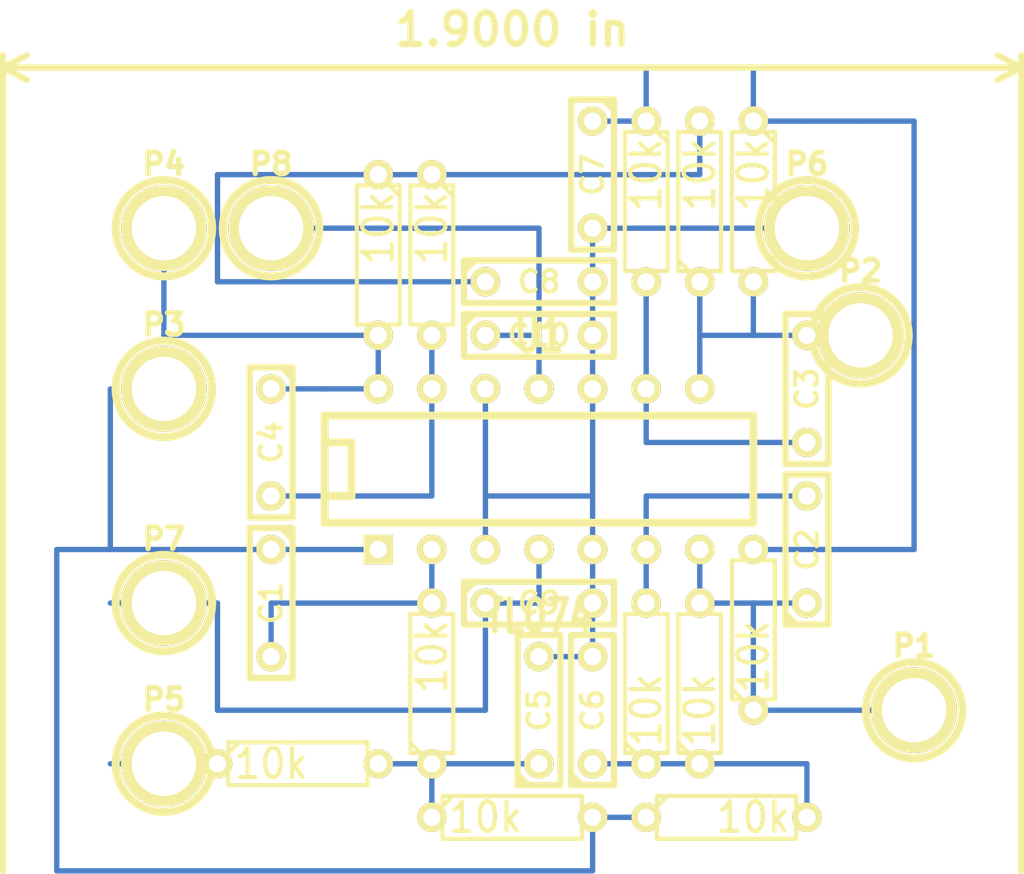
<source format=kicad_pcb>
(kicad_pcb (version 3) (host pcbnew "(2013-07-07 BZR 4022)-stable")

  (general
    (links 50)
    (no_connects 3)
    (area 0 0 0 0)
    (thickness 1.6)
    (drawings 1)
    (tracks 86)
    (zones 0)
    (modules 31)
    (nets 17)
  )

  (page A3)
  (layers
    (15 F.Cu signal)
    (0 B.Cu signal)
    (16 B.Adhes user)
    (17 F.Adhes user)
    (18 B.Paste user)
    (19 F.Paste user)
    (20 B.SilkS user)
    (21 F.SilkS user)
    (22 B.Mask user)
    (23 F.Mask user)
    (24 Dwgs.User user)
    (25 Cmts.User user)
    (26 Eco1.User user)
    (27 Eco2.User user)
    (28 Edge.Cuts user)
  )

  (setup
    (last_trace_width 0.254)
    (trace_clearance 0.254)
    (zone_clearance 0.508)
    (zone_45_only no)
    (trace_min 0.254)
    (segment_width 0.2)
    (edge_width 0.15)
    (via_size 0.889)
    (via_drill 0.635)
    (via_min_size 0.889)
    (via_min_drill 0.508)
    (uvia_size 0.508)
    (uvia_drill 0.127)
    (uvias_allowed no)
    (uvia_min_size 0.508)
    (uvia_min_drill 0.127)
    (pcb_text_width 0.3)
    (pcb_text_size 1.5 1.5)
    (mod_edge_width 0.15)
    (mod_text_size 1.5 1.5)
    (mod_text_width 0.15)
    (pad_size 1.524 1.524)
    (pad_drill 0.762)
    (pad_to_mask_clearance 0.2)
    (aux_axis_origin 0 0)
    (visible_elements FFFFFFBF)
    (pcbplotparams
      (layerselection 3178497)
      (usegerberextensions true)
      (excludeedgelayer true)
      (linewidth 0.100000)
      (plotframeref false)
      (viasonmask false)
      (mode 1)
      (useauxorigin false)
      (hpglpennumber 1)
      (hpglpenspeed 20)
      (hpglpendiameter 15)
      (hpglpenoverlay 2)
      (psnegative false)
      (psa4output false)
      (plotreference true)
      (plotvalue true)
      (plotothertext true)
      (plotinvisibletext false)
      (padsonsilk false)
      (subtractmaskfromsilk false)
      (outputformat 1)
      (mirror false)
      (drillshape 1)
      (scaleselection 1)
      (outputdirectory ""))
  )

  (net 0 "")
  (net 1 AGND)
  (net 2 N-000001)
  (net 3 N-0000010)
  (net 4 N-0000011)
  (net 5 N-0000012)
  (net 6 N-0000013)
  (net 7 N-0000014)
  (net 8 N-000002)
  (net 9 N-000003)
  (net 10 N-000005)
  (net 11 N-000006)
  (net 12 N-000007)
  (net 13 N-000008)
  (net 14 N-000009)
  (net 15 VCC)
  (net 16 VSS)

  (net_class Default "This is the default net class."
    (clearance 0.254)
    (trace_width 0.254)
    (via_dia 0.889)
    (via_drill 0.635)
    (uvia_dia 0.508)
    (uvia_drill 0.127)
    (add_net "")
    (add_net AGND)
    (add_net N-000001)
    (add_net N-0000010)
    (add_net N-0000011)
    (add_net N-0000012)
    (add_net N-0000013)
    (add_net N-0000014)
    (add_net N-000002)
    (add_net N-000003)
    (add_net N-000005)
    (add_net N-000006)
    (add_net N-000007)
    (add_net N-000008)
    (add_net N-000009)
    (add_net VCC)
    (add_net VSS)
  )

  (module tl074 (layer F.Cu) (tedit 5318E8A9) (tstamp 5318EB02)
    (at 55.88 50.8)
    (descr "14 pins DIL package, round pads")
    (tags DIL)
    (path /5316679D)
    (fp_text reference U1 (at 7.62 -10.16) (layer F.SilkS)
      (effects (font (size 1.524 1.143) (thickness 0.3048)))
    )
    (fp_text value TL074 (at 7.62 3.175) (layer F.SilkS)
      (effects (font (size 1.524 1.143) (thickness 0.3048)))
    )
    (fp_line (start -2.54 -6.35) (end 17.78 -6.35) (layer F.SilkS) (width 0.381))
    (fp_line (start 17.78 -1.27) (end -2.54 -1.27) (layer F.SilkS) (width 0.381))
    (fp_line (start -2.54 -1.27) (end -2.54 -6.35) (layer F.SilkS) (width 0.381))
    (fp_line (start -2.54 -5.08) (end -1.27 -5.08) (layer F.SilkS) (width 0.381))
    (fp_line (start -1.27 -5.08) (end -1.27 -2.54) (layer F.SilkS) (width 0.381))
    (fp_line (start -1.27 -2.54) (end -2.54 -2.54) (layer F.SilkS) (width 0.381))
    (fp_line (start 17.78 -6.35) (end 17.78 -1.27) (layer F.SilkS) (width 0.381))
    (pad 1 thru_hole rect (at 0 0) (size 1.397 1.397) (drill 0.8128)
      (layers *.Cu *.Mask F.SilkS)
      (net 11 N-000006)
    )
    (pad 2 thru_hole circle (at 2.54 0) (size 1.397 1.397) (drill 0.8128)
      (layers *.Cu *.Mask F.SilkS)
      (net 2 N-000001)
    )
    (pad 3 thru_hole circle (at 5.08 0) (size 1.397 1.397) (drill 0.8128)
      (layers *.Cu *.Mask F.SilkS)
      (net 1 AGND)
    )
    (pad 4 thru_hole circle (at 7.62 0) (size 1.397 1.397) (drill 0.8128)
      (layers *.Cu *.Mask F.SilkS)
      (net 15 VCC)
    )
    (pad 5 thru_hole circle (at 10.16 0) (size 1.397 1.397) (drill 0.8128)
      (layers *.Cu *.Mask F.SilkS)
      (net 1 AGND)
    )
    (pad 6 thru_hole circle (at 12.7 0) (size 1.397 1.397) (drill 0.8128)
      (layers *.Cu *.Mask F.SilkS)
      (net 8 N-000002)
    )
    (pad 7 thru_hole circle (at 15.24 0) (size 1.397 1.397) (drill 0.8128)
      (layers *.Cu *.Mask F.SilkS)
      (net 10 N-000005)
    )
    (pad 8 thru_hole circle (at 15.24 -7.62) (size 1.397 1.397) (drill 0.8128)
      (layers *.Cu *.Mask F.SilkS)
      (net 12 N-000007)
    )
    (pad 9 thru_hole circle (at 12.7 -7.62) (size 1.397 1.397) (drill 0.8128)
      (layers *.Cu *.Mask F.SilkS)
      (net 13 N-000008)
    )
    (pad 10 thru_hole circle (at 10.16 -7.62) (size 1.397 1.397) (drill 0.8128)
      (layers *.Cu *.Mask F.SilkS)
      (net 1 AGND)
    )
    (pad 11 thru_hole circle (at 7.62 -7.62) (size 1.397 1.397) (drill 0.8128)
      (layers *.Cu *.Mask F.SilkS)
      (net 16 VSS)
    )
    (pad 12 thru_hole circle (at 5.08 -7.62) (size 1.397 1.397) (drill 0.8128)
      (layers *.Cu *.Mask F.SilkS)
      (net 1 AGND)
    )
    (pad 13 thru_hole circle (at 2.54 -7.62) (size 1.397 1.397) (drill 0.8128)
      (layers *.Cu *.Mask F.SilkS)
      (net 9 N-000003)
    )
    (pad 14 thru_hole circle (at 0 -7.62) (size 1.397 1.397) (drill 0.8128)
      (layers *.Cu *.Mask F.SilkS)
      (net 7 N-0000014)
    )
    (model dil/dil_14.wrl
      (at (xyz 0 0 0))
      (scale (xyz 1 1 1))
      (rotate (xyz 0 0 0))
    )
  )

  (module R3_orientado (layer F.Cu) (tedit 5318EB19) (tstamp 5318EC53)
    (at 58.42 60.96 90)
    (descr "Resitance 3 pas")
    (tags R)
    (path /53026A0B)
    (autoplace_cost180 10)
    (fp_text reference R5 (at 5.08 0 90) (layer F.SilkS) hide
      (effects (font (size 1.397 1.27) (thickness 0.2032)))
    )
    (fp_text value 10k (at 5.08 0 90) (layer F.SilkS)
      (effects (font (size 1.397 1.27) (thickness 0.2032)))
    )
    (fp_line (start 0 0) (end 0.508 0) (layer F.SilkS) (width 0.2032))
    (fp_line (start 7.62 0) (end 7.112 0) (layer F.SilkS) (width 0.2032))
    (fp_line (start 7.112 0) (end 7.112 -1.016) (layer F.SilkS) (width 0.2032))
    (fp_line (start 7.112 -1.016) (end 0.508 -1.016) (layer F.SilkS) (width 0.2032))
    (fp_line (start 0.508 -1.016) (end 0.508 1.016) (layer F.SilkS) (width 0.2032))
    (fp_line (start 0.508 1.016) (end 7.112 1.016) (layer F.SilkS) (width 0.2032))
    (fp_line (start 7.112 1.016) (end 7.112 0) (layer F.SilkS) (width 0.2032))
    (fp_line (start 0.508 -0.508) (end 1.016 -1.016) (layer F.SilkS) (width 0.2032))
    (pad 1 thru_hole circle (at 0 0 90) (size 1.397 1.397) (drill 0.8128)
      (layers *.Cu *.Mask F.SilkS)
      (net 4 N-0000011)
    )
    (pad 2 thru_hole circle (at 7.62 0 90) (size 1.397 1.397) (drill 0.8128)
      (layers *.Cu *.Mask F.SilkS)
      (net 2 N-000001)
    )
    (model discret/resistor.wrl
      (at (xyz 0 0 0))
      (scale (xyz 0.3 0.3 0.3))
      (rotate (xyz 0 0 0))
    )
  )

  (module R3_orientado (layer F.Cu) (tedit 5318E953) (tstamp 5318EC61)
    (at 48.26 60.96)
    (descr "Resitance 3 pas")
    (tags R)
    (path /53026A05)
    (autoplace_cost180 10)
    (fp_text reference R4 (at 5.08 0) (layer F.SilkS) hide
      (effects (font (size 1.397 1.27) (thickness 0.2032)))
    )
    (fp_text value 10k (at 2.54 0) (layer F.SilkS)
      (effects (font (size 1.397 1.27) (thickness 0.2032)))
    )
    (fp_line (start 0 0) (end 0.508 0) (layer F.SilkS) (width 0.2032))
    (fp_line (start 7.62 0) (end 7.112 0) (layer F.SilkS) (width 0.2032))
    (fp_line (start 7.112 0) (end 7.112 -1.016) (layer F.SilkS) (width 0.2032))
    (fp_line (start 7.112 -1.016) (end 0.508 -1.016) (layer F.SilkS) (width 0.2032))
    (fp_line (start 0.508 -1.016) (end 0.508 1.016) (layer F.SilkS) (width 0.2032))
    (fp_line (start 0.508 1.016) (end 7.112 1.016) (layer F.SilkS) (width 0.2032))
    (fp_line (start 7.112 1.016) (end 7.112 0) (layer F.SilkS) (width 0.2032))
    (fp_line (start 0.508 -0.508) (end 1.016 -1.016) (layer F.SilkS) (width 0.2032))
    (pad 1 thru_hole circle (at 0 0) (size 1.397 1.397) (drill 0.8128)
      (layers *.Cu *.Mask F.SilkS)
      (net 6 N-0000013)
    )
    (pad 2 thru_hole circle (at 7.62 0) (size 1.397 1.397) (drill 0.8128)
      (layers *.Cu *.Mask F.SilkS)
      (net 4 N-0000011)
    )
    (model discret/resistor.wrl
      (at (xyz 0 0 0))
      (scale (xyz 0.3 0.3 0.3))
      (rotate (xyz 0 0 0))
    )
  )

  (module R3_orientado (layer F.Cu) (tedit 5318EA14) (tstamp 5318EC6F)
    (at 58.42 63.5)
    (descr "Resitance 3 pas")
    (tags R)
    (path /53026A24)
    (autoplace_cost180 10)
    (fp_text reference R1 (at 5.08 0) (layer F.SilkS) hide
      (effects (font (size 1.397 1.27) (thickness 0.2032)))
    )
    (fp_text value 10k (at 2.54 0) (layer F.SilkS)
      (effects (font (size 1.397 1.27) (thickness 0.2032)))
    )
    (fp_line (start 0 0) (end 0.508 0) (layer F.SilkS) (width 0.2032))
    (fp_line (start 7.62 0) (end 7.112 0) (layer F.SilkS) (width 0.2032))
    (fp_line (start 7.112 0) (end 7.112 -1.016) (layer F.SilkS) (width 0.2032))
    (fp_line (start 7.112 -1.016) (end 0.508 -1.016) (layer F.SilkS) (width 0.2032))
    (fp_line (start 0.508 -1.016) (end 0.508 1.016) (layer F.SilkS) (width 0.2032))
    (fp_line (start 0.508 1.016) (end 7.112 1.016) (layer F.SilkS) (width 0.2032))
    (fp_line (start 7.112 1.016) (end 7.112 0) (layer F.SilkS) (width 0.2032))
    (fp_line (start 0.508 -0.508) (end 1.016 -1.016) (layer F.SilkS) (width 0.2032))
    (pad 1 thru_hole circle (at 0 0) (size 1.397 1.397) (drill 0.8128)
      (layers *.Cu *.Mask F.SilkS)
      (net 4 N-0000011)
    )
    (pad 2 thru_hole circle (at 7.62 0) (size 1.397 1.397) (drill 0.8128)
      (layers *.Cu *.Mask F.SilkS)
      (net 11 N-000006)
    )
    (model discret/resistor.wrl
      (at (xyz 0 0 0))
      (scale (xyz 0.3 0.3 0.3))
      (rotate (xyz 0 0 0))
    )
  )

  (module R3_orientado (layer F.Cu) (tedit 5318EA0C) (tstamp 5318EC7D)
    (at 68.58 63.5)
    (descr "Resitance 3 pas")
    (tags R)
    (path /53096FDC)
    (autoplace_cost180 10)
    (fp_text reference R10 (at 5.08 0) (layer F.SilkS) hide
      (effects (font (size 1.397 1.27) (thickness 0.2032)))
    )
    (fp_text value 10k (at 5.08 0) (layer F.SilkS)
      (effects (font (size 1.397 1.27) (thickness 0.2032)))
    )
    (fp_line (start 0 0) (end 0.508 0) (layer F.SilkS) (width 0.2032))
    (fp_line (start 7.62 0) (end 7.112 0) (layer F.SilkS) (width 0.2032))
    (fp_line (start 7.112 0) (end 7.112 -1.016) (layer F.SilkS) (width 0.2032))
    (fp_line (start 7.112 -1.016) (end 0.508 -1.016) (layer F.SilkS) (width 0.2032))
    (fp_line (start 0.508 -1.016) (end 0.508 1.016) (layer F.SilkS) (width 0.2032))
    (fp_line (start 0.508 1.016) (end 7.112 1.016) (layer F.SilkS) (width 0.2032))
    (fp_line (start 7.112 1.016) (end 7.112 0) (layer F.SilkS) (width 0.2032))
    (fp_line (start 0.508 -0.508) (end 1.016 -1.016) (layer F.SilkS) (width 0.2032))
    (pad 1 thru_hole circle (at 0 0) (size 1.397 1.397) (drill 0.8128)
      (layers *.Cu *.Mask F.SilkS)
      (net 11 N-000006)
    )
    (pad 2 thru_hole circle (at 7.62 0) (size 1.397 1.397) (drill 0.8128)
      (layers *.Cu *.Mask F.SilkS)
      (net 5 N-0000012)
    )
    (model discret/resistor.wrl
      (at (xyz 0 0 0))
      (scale (xyz 0.3 0.3 0.3))
      (rotate (xyz 0 0 0))
    )
  )

  (module R3_orientado (layer F.Cu) (tedit 5318E953) (tstamp 5318EC8B)
    (at 71.12 60.96 90)
    (descr "Resitance 3 pas")
    (tags R)
    (path /53096FF4)
    (autoplace_cost180 10)
    (fp_text reference R2 (at 5.08 0 90) (layer F.SilkS) hide
      (effects (font (size 1.397 1.27) (thickness 0.2032)))
    )
    (fp_text value 10k (at 2.54 0 90) (layer F.SilkS)
      (effects (font (size 1.397 1.27) (thickness 0.2032)))
    )
    (fp_line (start 0 0) (end 0.508 0) (layer F.SilkS) (width 0.2032))
    (fp_line (start 7.62 0) (end 7.112 0) (layer F.SilkS) (width 0.2032))
    (fp_line (start 7.112 0) (end 7.112 -1.016) (layer F.SilkS) (width 0.2032))
    (fp_line (start 7.112 -1.016) (end 0.508 -1.016) (layer F.SilkS) (width 0.2032))
    (fp_line (start 0.508 -1.016) (end 0.508 1.016) (layer F.SilkS) (width 0.2032))
    (fp_line (start 0.508 1.016) (end 7.112 1.016) (layer F.SilkS) (width 0.2032))
    (fp_line (start 7.112 1.016) (end 7.112 0) (layer F.SilkS) (width 0.2032))
    (fp_line (start 0.508 -0.508) (end 1.016 -1.016) (layer F.SilkS) (width 0.2032))
    (pad 1 thru_hole circle (at 0 0 90) (size 1.397 1.397) (drill 0.8128)
      (layers *.Cu *.Mask F.SilkS)
      (net 5 N-0000012)
    )
    (pad 2 thru_hole circle (at 7.62 0 90) (size 1.397 1.397) (drill 0.8128)
      (layers *.Cu *.Mask F.SilkS)
      (net 10 N-000005)
    )
    (model discret/resistor.wrl
      (at (xyz 0 0 0))
      (scale (xyz 0.3 0.3 0.3))
      (rotate (xyz 0 0 0))
    )
  )

  (module R3_orientado (layer F.Cu) (tedit 5318E953) (tstamp 5318EC99)
    (at 68.58 60.96 90)
    (descr "Resitance 3 pas")
    (tags R)
    (path /53166DF4)
    (autoplace_cost180 10)
    (fp_text reference R7 (at 5.08 0 90) (layer F.SilkS) hide
      (effects (font (size 1.397 1.27) (thickness 0.2032)))
    )
    (fp_text value 10k (at 2.54 0 90) (layer F.SilkS)
      (effects (font (size 1.397 1.27) (thickness 0.2032)))
    )
    (fp_line (start 0 0) (end 0.508 0) (layer F.SilkS) (width 0.2032))
    (fp_line (start 7.62 0) (end 7.112 0) (layer F.SilkS) (width 0.2032))
    (fp_line (start 7.112 0) (end 7.112 -1.016) (layer F.SilkS) (width 0.2032))
    (fp_line (start 7.112 -1.016) (end 0.508 -1.016) (layer F.SilkS) (width 0.2032))
    (fp_line (start 0.508 -1.016) (end 0.508 1.016) (layer F.SilkS) (width 0.2032))
    (fp_line (start 0.508 1.016) (end 7.112 1.016) (layer F.SilkS) (width 0.2032))
    (fp_line (start 7.112 1.016) (end 7.112 0) (layer F.SilkS) (width 0.2032))
    (fp_line (start 0.508 -0.508) (end 1.016 -1.016) (layer F.SilkS) (width 0.2032))
    (pad 1 thru_hole circle (at 0 0 90) (size 1.397 1.397) (drill 0.8128)
      (layers *.Cu *.Mask F.SilkS)
      (net 5 N-0000012)
    )
    (pad 2 thru_hole circle (at 7.62 0 90) (size 1.397 1.397) (drill 0.8128)
      (layers *.Cu *.Mask F.SilkS)
      (net 8 N-000002)
    )
    (model discret/resistor.wrl
      (at (xyz 0 0 0))
      (scale (xyz 0.3 0.3 0.3))
      (rotate (xyz 0 0 0))
    )
  )

  (module R3_orientado (layer F.Cu) (tedit 5318EAC9) (tstamp 5318ECA7)
    (at 73.66 58.42 90)
    (descr "Resitance 3 pas")
    (tags R)
    (path /530A9496)
    (autoplace_cost180 10)
    (fp_text reference R11 (at 5.08 0 90) (layer F.SilkS) hide
      (effects (font (size 1.397 1.27) (thickness 0.2032)))
    )
    (fp_text value 10k (at 2.54 0 90) (layer F.SilkS)
      (effects (font (size 1.397 1.27) (thickness 0.2032)))
    )
    (fp_line (start 0 0) (end 0.508 0) (layer F.SilkS) (width 0.2032))
    (fp_line (start 7.62 0) (end 7.112 0) (layer F.SilkS) (width 0.2032))
    (fp_line (start 7.112 0) (end 7.112 -1.016) (layer F.SilkS) (width 0.2032))
    (fp_line (start 7.112 -1.016) (end 0.508 -1.016) (layer F.SilkS) (width 0.2032))
    (fp_line (start 0.508 -1.016) (end 0.508 1.016) (layer F.SilkS) (width 0.2032))
    (fp_line (start 0.508 1.016) (end 7.112 1.016) (layer F.SilkS) (width 0.2032))
    (fp_line (start 7.112 1.016) (end 7.112 0) (layer F.SilkS) (width 0.2032))
    (fp_line (start 0.508 -0.508) (end 1.016 -1.016) (layer F.SilkS) (width 0.2032))
    (pad 1 thru_hole circle (at 0 0 90) (size 1.397 1.397) (drill 0.8128)
      (layers *.Cu *.Mask F.SilkS)
      (net 10 N-000005)
    )
    (pad 2 thru_hole circle (at 7.62 0 90) (size 1.397 1.397) (drill 0.8128)
      (layers *.Cu *.Mask F.SilkS)
      (net 14 N-000009)
    )
    (model discret/resistor.wrl
      (at (xyz 0 0 0))
      (scale (xyz 0.3 0.3 0.3))
      (rotate (xyz 0 0 0))
    )
  )

  (module R3_orientado (layer F.Cu) (tedit 5318E953) (tstamp 5318ECB5)
    (at 68.58 30.48 270)
    (descr "Resitance 3 pas")
    (tags R)
    (path /530A949C)
    (autoplace_cost180 10)
    (fp_text reference R8 (at 5.08 0 270) (layer F.SilkS) hide
      (effects (font (size 1.397 1.27) (thickness 0.2032)))
    )
    (fp_text value 10k (at 2.54 0 270) (layer F.SilkS)
      (effects (font (size 1.397 1.27) (thickness 0.2032)))
    )
    (fp_line (start 0 0) (end 0.508 0) (layer F.SilkS) (width 0.2032))
    (fp_line (start 7.62 0) (end 7.112 0) (layer F.SilkS) (width 0.2032))
    (fp_line (start 7.112 0) (end 7.112 -1.016) (layer F.SilkS) (width 0.2032))
    (fp_line (start 7.112 -1.016) (end 0.508 -1.016) (layer F.SilkS) (width 0.2032))
    (fp_line (start 0.508 -1.016) (end 0.508 1.016) (layer F.SilkS) (width 0.2032))
    (fp_line (start 0.508 1.016) (end 7.112 1.016) (layer F.SilkS) (width 0.2032))
    (fp_line (start 7.112 1.016) (end 7.112 0) (layer F.SilkS) (width 0.2032))
    (fp_line (start 0.508 -0.508) (end 1.016 -1.016) (layer F.SilkS) (width 0.2032))
    (pad 1 thru_hole circle (at 0 0 270) (size 1.397 1.397) (drill 0.8128)
      (layers *.Cu *.Mask F.SilkS)
      (net 14 N-000009)
    )
    (pad 2 thru_hole circle (at 7.62 0 270) (size 1.397 1.397) (drill 0.8128)
      (layers *.Cu *.Mask F.SilkS)
      (net 13 N-000008)
    )
    (model discret/resistor.wrl
      (at (xyz 0 0 0))
      (scale (xyz 0.3 0.3 0.3))
      (rotate (xyz 0 0 0))
    )
  )

  (module R3_orientado (layer F.Cu) (tedit 5318E953) (tstamp 5318ECC3)
    (at 55.88 33.02 270)
    (descr "Resitance 3 pas")
    (tags R)
    (path /530A9798)
    (autoplace_cost180 10)
    (fp_text reference R6 (at 5.08 0 270) (layer F.SilkS) hide
      (effects (font (size 1.397 1.27) (thickness 0.2032)))
    )
    (fp_text value 10k (at 2.54 0 270) (layer F.SilkS)
      (effects (font (size 1.397 1.27) (thickness 0.2032)))
    )
    (fp_line (start 0 0) (end 0.508 0) (layer F.SilkS) (width 0.2032))
    (fp_line (start 7.62 0) (end 7.112 0) (layer F.SilkS) (width 0.2032))
    (fp_line (start 7.112 0) (end 7.112 -1.016) (layer F.SilkS) (width 0.2032))
    (fp_line (start 7.112 -1.016) (end 0.508 -1.016) (layer F.SilkS) (width 0.2032))
    (fp_line (start 0.508 -1.016) (end 0.508 1.016) (layer F.SilkS) (width 0.2032))
    (fp_line (start 0.508 1.016) (end 7.112 1.016) (layer F.SilkS) (width 0.2032))
    (fp_line (start 7.112 1.016) (end 7.112 0) (layer F.SilkS) (width 0.2032))
    (fp_line (start 0.508 -0.508) (end 1.016 -1.016) (layer F.SilkS) (width 0.2032))
    (pad 1 thru_hole circle (at 0 0 270) (size 1.397 1.397) (drill 0.8128)
      (layers *.Cu *.Mask F.SilkS)
      (net 3 N-0000010)
    )
    (pad 2 thru_hole circle (at 7.62 0 270) (size 1.397 1.397) (drill 0.8128)
      (layers *.Cu *.Mask F.SilkS)
      (net 7 N-0000014)
    )
    (model discret/resistor.wrl
      (at (xyz 0 0 0))
      (scale (xyz 0.3 0.3 0.3))
      (rotate (xyz 0 0 0))
    )
  )

  (module R3_orientado (layer F.Cu) (tedit 5318EA8F) (tstamp 5318ECD1)
    (at 73.66 30.48 270)
    (descr "Resitance 3 pas")
    (tags R)
    (path /530A94AE)
    (autoplace_cost180 10)
    (fp_text reference R3 (at 5.08 0 270) (layer F.SilkS) hide
      (effects (font (size 1.397 1.27) (thickness 0.2032)))
    )
    (fp_text value 10k (at 2.54 0 270) (layer F.SilkS)
      (effects (font (size 1.397 1.27) (thickness 0.2032)))
    )
    (fp_line (start 0 0) (end 0.508 0) (layer F.SilkS) (width 0.2032))
    (fp_line (start 7.62 0) (end 7.112 0) (layer F.SilkS) (width 0.2032))
    (fp_line (start 7.112 0) (end 7.112 -1.016) (layer F.SilkS) (width 0.2032))
    (fp_line (start 7.112 -1.016) (end 0.508 -1.016) (layer F.SilkS) (width 0.2032))
    (fp_line (start 0.508 -1.016) (end 0.508 1.016) (layer F.SilkS) (width 0.2032))
    (fp_line (start 0.508 1.016) (end 7.112 1.016) (layer F.SilkS) (width 0.2032))
    (fp_line (start 7.112 1.016) (end 7.112 0) (layer F.SilkS) (width 0.2032))
    (fp_line (start 0.508 -0.508) (end 1.016 -1.016) (layer F.SilkS) (width 0.2032))
    (pad 1 thru_hole circle (at 0 0 270) (size 1.397 1.397) (drill 0.8128)
      (layers *.Cu *.Mask F.SilkS)
      (net 14 N-000009)
    )
    (pad 2 thru_hole circle (at 7.62 0 270) (size 1.397 1.397) (drill 0.8128)
      (layers *.Cu *.Mask F.SilkS)
      (net 12 N-000007)
    )
    (model discret/resistor.wrl
      (at (xyz 0 0 0))
      (scale (xyz 0.3 0.3 0.3))
      (rotate (xyz 0 0 0))
    )
  )

  (module R3_orientado (layer F.Cu) (tedit 5318EA94) (tstamp 5318ECDF)
    (at 71.12 38.1 90)
    (descr "Resitance 3 pas")
    (tags R)
    (path /530A9780)
    (autoplace_cost180 10)
    (fp_text reference R12 (at 5.08 0 90) (layer F.SilkS) hide
      (effects (font (size 1.397 1.27) (thickness 0.2032)))
    )
    (fp_text value 10k (at 5.08 0 90) (layer F.SilkS)
      (effects (font (size 1.397 1.27) (thickness 0.2032)))
    )
    (fp_line (start 0 0) (end 0.508 0) (layer F.SilkS) (width 0.2032))
    (fp_line (start 7.62 0) (end 7.112 0) (layer F.SilkS) (width 0.2032))
    (fp_line (start 7.112 0) (end 7.112 -1.016) (layer F.SilkS) (width 0.2032))
    (fp_line (start 7.112 -1.016) (end 0.508 -1.016) (layer F.SilkS) (width 0.2032))
    (fp_line (start 0.508 -1.016) (end 0.508 1.016) (layer F.SilkS) (width 0.2032))
    (fp_line (start 0.508 1.016) (end 7.112 1.016) (layer F.SilkS) (width 0.2032))
    (fp_line (start 7.112 1.016) (end 7.112 0) (layer F.SilkS) (width 0.2032))
    (fp_line (start 0.508 -0.508) (end 1.016 -1.016) (layer F.SilkS) (width 0.2032))
    (pad 1 thru_hole circle (at 0 0 90) (size 1.397 1.397) (drill 0.8128)
      (layers *.Cu *.Mask F.SilkS)
      (net 12 N-000007)
    )
    (pad 2 thru_hole circle (at 7.62 0 90) (size 1.397 1.397) (drill 0.8128)
      (layers *.Cu *.Mask F.SilkS)
      (net 3 N-0000010)
    )
    (model discret/resistor.wrl
      (at (xyz 0 0 0))
      (scale (xyz 0.3 0.3 0.3))
      (rotate (xyz 0 0 0))
    )
  )

  (module R3_orientado (layer F.Cu) (tedit 5318E953) (tstamp 5318ECED)
    (at 58.42 33.02 270)
    (descr "Resitance 3 pas")
    (tags R)
    (path /530A9786)
    (autoplace_cost180 10)
    (fp_text reference R9 (at 5.08 0 270) (layer F.SilkS) hide
      (effects (font (size 1.397 1.27) (thickness 0.2032)))
    )
    (fp_text value 10k (at 2.54 0 270) (layer F.SilkS)
      (effects (font (size 1.397 1.27) (thickness 0.2032)))
    )
    (fp_line (start 0 0) (end 0.508 0) (layer F.SilkS) (width 0.2032))
    (fp_line (start 7.62 0) (end 7.112 0) (layer F.SilkS) (width 0.2032))
    (fp_line (start 7.112 0) (end 7.112 -1.016) (layer F.SilkS) (width 0.2032))
    (fp_line (start 7.112 -1.016) (end 0.508 -1.016) (layer F.SilkS) (width 0.2032))
    (fp_line (start 0.508 -1.016) (end 0.508 1.016) (layer F.SilkS) (width 0.2032))
    (fp_line (start 0.508 1.016) (end 7.112 1.016) (layer F.SilkS) (width 0.2032))
    (fp_line (start 7.112 1.016) (end 7.112 0) (layer F.SilkS) (width 0.2032))
    (fp_line (start 0.508 -0.508) (end 1.016 -1.016) (layer F.SilkS) (width 0.2032))
    (pad 1 thru_hole circle (at 0 0 270) (size 1.397 1.397) (drill 0.8128)
      (layers *.Cu *.Mask F.SilkS)
      (net 3 N-0000010)
    )
    (pad 2 thru_hole circle (at 7.62 0 270) (size 1.397 1.397) (drill 0.8128)
      (layers *.Cu *.Mask F.SilkS)
      (net 9 N-000003)
    )
    (model discret/resistor.wrl
      (at (xyz 0 0 0))
      (scale (xyz 0.3 0.3 0.3))
      (rotate (xyz 0 0 0))
    )
  )

  (module C2 (layer F.Cu) (tedit 200000) (tstamp 5318ECF8)
    (at 63.5 40.64)
    (descr "Condensateur = 2 pas")
    (tags C)
    (path /5318AF75)
    (fp_text reference C10 (at 0 0) (layer F.SilkS)
      (effects (font (size 1.016 1.016) (thickness 0.2032)))
    )
    (fp_text value 0.1uF (at 0 0) (layer F.SilkS) hide
      (effects (font (size 1.016 1.016) (thickness 0.2032)))
    )
    (fp_line (start -3.556 -1.016) (end 3.556 -1.016) (layer F.SilkS) (width 0.3048))
    (fp_line (start 3.556 -1.016) (end 3.556 1.016) (layer F.SilkS) (width 0.3048))
    (fp_line (start 3.556 1.016) (end -3.556 1.016) (layer F.SilkS) (width 0.3048))
    (fp_line (start -3.556 1.016) (end -3.556 -1.016) (layer F.SilkS) (width 0.3048))
    (fp_line (start -3.556 -0.508) (end -3.048 -1.016) (layer F.SilkS) (width 0.3048))
    (pad 1 thru_hole circle (at -2.54 0) (size 1.397 1.397) (drill 0.8128)
      (layers *.Cu *.Mask F.SilkS)
      (net 16 VSS)
    )
    (pad 2 thru_hole circle (at 2.54 0) (size 1.397 1.397) (drill 0.8128)
      (layers *.Cu *.Mask F.SilkS)
      (net 1 AGND)
    )
    (model discret/capa_2pas_5x5mm.wrl
      (at (xyz 0 0 0))
      (scale (xyz 1 1 1))
      (rotate (xyz 0 0 0))
    )
  )

  (module C2 (layer F.Cu) (tedit 200000) (tstamp 5318ED03)
    (at 63.5 53.34)
    (descr "Condensateur = 2 pas")
    (tags C)
    (path /5318AF6F)
    (fp_text reference C9 (at 0 0) (layer F.SilkS)
      (effects (font (size 1.016 1.016) (thickness 0.2032)))
    )
    (fp_text value 0.1uF (at 0 0) (layer F.SilkS) hide
      (effects (font (size 1.016 1.016) (thickness 0.2032)))
    )
    (fp_line (start -3.556 -1.016) (end 3.556 -1.016) (layer F.SilkS) (width 0.3048))
    (fp_line (start 3.556 -1.016) (end 3.556 1.016) (layer F.SilkS) (width 0.3048))
    (fp_line (start 3.556 1.016) (end -3.556 1.016) (layer F.SilkS) (width 0.3048))
    (fp_line (start -3.556 1.016) (end -3.556 -1.016) (layer F.SilkS) (width 0.3048))
    (fp_line (start -3.556 -0.508) (end -3.048 -1.016) (layer F.SilkS) (width 0.3048))
    (pad 1 thru_hole circle (at -2.54 0) (size 1.397 1.397) (drill 0.8128)
      (layers *.Cu *.Mask F.SilkS)
      (net 15 VCC)
    )
    (pad 2 thru_hole circle (at 2.54 0) (size 1.397 1.397) (drill 0.8128)
      (layers *.Cu *.Mask F.SilkS)
      (net 1 AGND)
    )
    (model discret/capa_2pas_5x5mm.wrl
      (at (xyz 0 0 0))
      (scale (xyz 1 1 1))
      (rotate (xyz 0 0 0))
    )
  )

  (module C2 (layer F.Cu) (tedit 200000) (tstamp 5318ED0E)
    (at 76.2 50.8 90)
    (descr "Condensateur = 2 pas")
    (tags C)
    (path /53096FEE)
    (fp_text reference C2 (at 0 0 90) (layer F.SilkS)
      (effects (font (size 1.016 1.016) (thickness 0.2032)))
    )
    (fp_text value 360pF (at 0 0 90) (layer F.SilkS) hide
      (effects (font (size 1.016 1.016) (thickness 0.2032)))
    )
    (fp_line (start -3.556 -1.016) (end 3.556 -1.016) (layer F.SilkS) (width 0.3048))
    (fp_line (start 3.556 -1.016) (end 3.556 1.016) (layer F.SilkS) (width 0.3048))
    (fp_line (start 3.556 1.016) (end -3.556 1.016) (layer F.SilkS) (width 0.3048))
    (fp_line (start -3.556 1.016) (end -3.556 -1.016) (layer F.SilkS) (width 0.3048))
    (fp_line (start -3.556 -0.508) (end -3.048 -1.016) (layer F.SilkS) (width 0.3048))
    (pad 1 thru_hole circle (at -2.54 0 90) (size 1.397 1.397) (drill 0.8128)
      (layers *.Cu *.Mask F.SilkS)
      (net 10 N-000005)
    )
    (pad 2 thru_hole circle (at 2.54 0 90) (size 1.397 1.397) (drill 0.8128)
      (layers *.Cu *.Mask F.SilkS)
      (net 8 N-000002)
    )
    (model discret/capa_2pas_5x5mm.wrl
      (at (xyz 0 0 0))
      (scale (xyz 1 1 1))
      (rotate (xyz 0 0 0))
    )
  )

  (module C2 (layer F.Cu) (tedit 200000) (tstamp 5318ED19)
    (at 50.8 45.72 270)
    (descr "Condensateur = 2 pas")
    (tags C)
    (path /530A9792)
    (fp_text reference C4 (at 0 0 270) (layer F.SilkS)
      (effects (font (size 1.016 1.016) (thickness 0.2032)))
    )
    (fp_text value 82pF (at 0 0 270) (layer F.SilkS) hide
      (effects (font (size 1.016 1.016) (thickness 0.2032)))
    )
    (fp_line (start -3.556 -1.016) (end 3.556 -1.016) (layer F.SilkS) (width 0.3048))
    (fp_line (start 3.556 -1.016) (end 3.556 1.016) (layer F.SilkS) (width 0.3048))
    (fp_line (start 3.556 1.016) (end -3.556 1.016) (layer F.SilkS) (width 0.3048))
    (fp_line (start -3.556 1.016) (end -3.556 -1.016) (layer F.SilkS) (width 0.3048))
    (fp_line (start -3.556 -0.508) (end -3.048 -1.016) (layer F.SilkS) (width 0.3048))
    (pad 1 thru_hole circle (at -2.54 0 270) (size 1.397 1.397) (drill 0.8128)
      (layers *.Cu *.Mask F.SilkS)
      (net 7 N-0000014)
    )
    (pad 2 thru_hole circle (at 2.54 0 270) (size 1.397 1.397) (drill 0.8128)
      (layers *.Cu *.Mask F.SilkS)
      (net 9 N-000003)
    )
    (model discret/capa_2pas_5x5mm.wrl
      (at (xyz 0 0 0))
      (scale (xyz 1 1 1))
      (rotate (xyz 0 0 0))
    )
  )

  (module C2 (layer F.Cu) (tedit 200000) (tstamp 5318ED24)
    (at 63.5 38.1)
    (descr "Condensateur = 2 pas")
    (tags C)
    (path /530A978C)
    (fp_text reference C8 (at 0 0) (layer F.SilkS)
      (effects (font (size 1.016 1.016) (thickness 0.2032)))
    )
    (fp_text value 4.7nF (at 0 0) (layer F.SilkS) hide
      (effects (font (size 1.016 1.016) (thickness 0.2032)))
    )
    (fp_line (start -3.556 -1.016) (end 3.556 -1.016) (layer F.SilkS) (width 0.3048))
    (fp_line (start 3.556 -1.016) (end 3.556 1.016) (layer F.SilkS) (width 0.3048))
    (fp_line (start 3.556 1.016) (end -3.556 1.016) (layer F.SilkS) (width 0.3048))
    (fp_line (start -3.556 1.016) (end -3.556 -1.016) (layer F.SilkS) (width 0.3048))
    (fp_line (start -3.556 -0.508) (end -3.048 -1.016) (layer F.SilkS) (width 0.3048))
    (pad 1 thru_hole circle (at -2.54 0) (size 1.397 1.397) (drill 0.8128)
      (layers *.Cu *.Mask F.SilkS)
      (net 3 N-0000010)
    )
    (pad 2 thru_hole circle (at 2.54 0) (size 1.397 1.397) (drill 0.8128)
      (layers *.Cu *.Mask F.SilkS)
      (net 1 AGND)
    )
    (model discret/capa_2pas_5x5mm.wrl
      (at (xyz 0 0 0))
      (scale (xyz 1 1 1))
      (rotate (xyz 0 0 0))
    )
  )

  (module C2 (layer F.Cu) (tedit 200000) (tstamp 5318ED2F)
    (at 76.2 43.18 270)
    (descr "Condensateur = 2 pas")
    (tags C)
    (path /530A94A8)
    (fp_text reference C3 (at 0 0 270) (layer F.SilkS)
      (effects (font (size 1.016 1.016) (thickness 0.2032)))
    )
    (fp_text value 240pF (at 0 0 270) (layer F.SilkS) hide
      (effects (font (size 1.016 1.016) (thickness 0.2032)))
    )
    (fp_line (start -3.556 -1.016) (end 3.556 -1.016) (layer F.SilkS) (width 0.3048))
    (fp_line (start 3.556 -1.016) (end 3.556 1.016) (layer F.SilkS) (width 0.3048))
    (fp_line (start 3.556 1.016) (end -3.556 1.016) (layer F.SilkS) (width 0.3048))
    (fp_line (start -3.556 1.016) (end -3.556 -1.016) (layer F.SilkS) (width 0.3048))
    (fp_line (start -3.556 -0.508) (end -3.048 -1.016) (layer F.SilkS) (width 0.3048))
    (pad 1 thru_hole circle (at -2.54 0 270) (size 1.397 1.397) (drill 0.8128)
      (layers *.Cu *.Mask F.SilkS)
      (net 12 N-000007)
    )
    (pad 2 thru_hole circle (at 2.54 0 270) (size 1.397 1.397) (drill 0.8128)
      (layers *.Cu *.Mask F.SilkS)
      (net 13 N-000008)
    )
    (model discret/capa_2pas_5x5mm.wrl
      (at (xyz 0 0 0))
      (scale (xyz 1 1 1))
      (rotate (xyz 0 0 0))
    )
  )

  (module C2 (layer F.Cu) (tedit 200000) (tstamp 5318ED3A)
    (at 66.04 33.02 270)
    (descr "Condensateur = 2 pas")
    (tags C)
    (path /530A94A2)
    (fp_text reference C7 (at 0 0 270) (layer F.SilkS)
      (effects (font (size 1.016 1.016) (thickness 0.2032)))
    )
    (fp_text value 1.8nF (at 0 0 270) (layer F.SilkS) hide
      (effects (font (size 1.016 1.016) (thickness 0.2032)))
    )
    (fp_line (start -3.556 -1.016) (end 3.556 -1.016) (layer F.SilkS) (width 0.3048))
    (fp_line (start 3.556 -1.016) (end 3.556 1.016) (layer F.SilkS) (width 0.3048))
    (fp_line (start 3.556 1.016) (end -3.556 1.016) (layer F.SilkS) (width 0.3048))
    (fp_line (start -3.556 1.016) (end -3.556 -1.016) (layer F.SilkS) (width 0.3048))
    (fp_line (start -3.556 -0.508) (end -3.048 -1.016) (layer F.SilkS) (width 0.3048))
    (pad 1 thru_hole circle (at -2.54 0 270) (size 1.397 1.397) (drill 0.8128)
      (layers *.Cu *.Mask F.SilkS)
      (net 14 N-000009)
    )
    (pad 2 thru_hole circle (at 2.54 0 270) (size 1.397 1.397) (drill 0.8128)
      (layers *.Cu *.Mask F.SilkS)
      (net 1 AGND)
    )
    (model discret/capa_2pas_5x5mm.wrl
      (at (xyz 0 0 0))
      (scale (xyz 1 1 1))
      (rotate (xyz 0 0 0))
    )
  )

  (module C2 (layer F.Cu) (tedit 200000) (tstamp 5318ED45)
    (at 50.8 53.34 270)
    (descr "Condensateur = 2 pas")
    (tags C)
    (path /53097011)
    (fp_text reference C1 (at 0 0 270) (layer F.SilkS)
      (effects (font (size 1.016 1.016) (thickness 0.2032)))
    )
    (fp_text value 430pF (at 0 0 270) (layer F.SilkS) hide
      (effects (font (size 1.016 1.016) (thickness 0.2032)))
    )
    (fp_line (start -3.556 -1.016) (end 3.556 -1.016) (layer F.SilkS) (width 0.3048))
    (fp_line (start 3.556 -1.016) (end 3.556 1.016) (layer F.SilkS) (width 0.3048))
    (fp_line (start 3.556 1.016) (end -3.556 1.016) (layer F.SilkS) (width 0.3048))
    (fp_line (start -3.556 1.016) (end -3.556 -1.016) (layer F.SilkS) (width 0.3048))
    (fp_line (start -3.556 -0.508) (end -3.048 -1.016) (layer F.SilkS) (width 0.3048))
    (pad 1 thru_hole circle (at -2.54 0 270) (size 1.397 1.397) (drill 0.8128)
      (layers *.Cu *.Mask F.SilkS)
      (net 11 N-000006)
    )
    (pad 2 thru_hole circle (at 2.54 0 270) (size 1.397 1.397) (drill 0.8128)
      (layers *.Cu *.Mask F.SilkS)
      (net 2 N-000001)
    )
    (model discret/capa_2pas_5x5mm.wrl
      (at (xyz 0 0 0))
      (scale (xyz 1 1 1))
      (rotate (xyz 0 0 0))
    )
  )

  (module C2 (layer F.Cu) (tedit 200000) (tstamp 5318ED50)
    (at 66.04 58.42 90)
    (descr "Condensateur = 2 pas")
    (tags C)
    (path /53096FE8)
    (fp_text reference C6 (at 0 0 90) (layer F.SilkS)
      (effects (font (size 1.016 1.016) (thickness 0.2032)))
    )
    (fp_text value 1.1nF (at 0 0 90) (layer F.SilkS) hide
      (effects (font (size 1.016 1.016) (thickness 0.2032)))
    )
    (fp_line (start -3.556 -1.016) (end 3.556 -1.016) (layer F.SilkS) (width 0.3048))
    (fp_line (start 3.556 -1.016) (end 3.556 1.016) (layer F.SilkS) (width 0.3048))
    (fp_line (start 3.556 1.016) (end -3.556 1.016) (layer F.SilkS) (width 0.3048))
    (fp_line (start -3.556 1.016) (end -3.556 -1.016) (layer F.SilkS) (width 0.3048))
    (fp_line (start -3.556 -0.508) (end -3.048 -1.016) (layer F.SilkS) (width 0.3048))
    (pad 1 thru_hole circle (at -2.54 0 90) (size 1.397 1.397) (drill 0.8128)
      (layers *.Cu *.Mask F.SilkS)
      (net 5 N-0000012)
    )
    (pad 2 thru_hole circle (at 2.54 0 90) (size 1.397 1.397) (drill 0.8128)
      (layers *.Cu *.Mask F.SilkS)
      (net 1 AGND)
    )
    (model discret/capa_2pas_5x5mm.wrl
      (at (xyz 0 0 0))
      (scale (xyz 1 1 1))
      (rotate (xyz 0 0 0))
    )
  )

  (module C2 (layer F.Cu) (tedit 200000) (tstamp 5318ED5B)
    (at 63.5 58.42 90)
    (descr "Condensateur = 2 pas")
    (tags C)
    (path /53026A18)
    (fp_text reference C5 (at 0 0 90) (layer F.SilkS)
      (effects (font (size 1.016 1.016) (thickness 0.2032)))
    )
    (fp_text value 1nF (at 0 0 90) (layer F.SilkS) hide
      (effects (font (size 1.016 1.016) (thickness 0.2032)))
    )
    (fp_line (start -3.556 -1.016) (end 3.556 -1.016) (layer F.SilkS) (width 0.3048))
    (fp_line (start 3.556 -1.016) (end 3.556 1.016) (layer F.SilkS) (width 0.3048))
    (fp_line (start 3.556 1.016) (end -3.556 1.016) (layer F.SilkS) (width 0.3048))
    (fp_line (start -3.556 1.016) (end -3.556 -1.016) (layer F.SilkS) (width 0.3048))
    (fp_line (start -3.556 -0.508) (end -3.048 -1.016) (layer F.SilkS) (width 0.3048))
    (pad 1 thru_hole circle (at -2.54 0 90) (size 1.397 1.397) (drill 0.8128)
      (layers *.Cu *.Mask F.SilkS)
      (net 4 N-0000011)
    )
    (pad 2 thru_hole circle (at 2.54 0 90) (size 1.397 1.397) (drill 0.8128)
      (layers *.Cu *.Mask F.SilkS)
      (net 1 AGND)
    )
    (model discret/capa_2pas_5x5mm.wrl
      (at (xyz 0 0 0))
      (scale (xyz 1 1 1))
      (rotate (xyz 0 0 0))
    )
  )

  (module 1pin (layer F.Cu) (tedit 200000) (tstamp 5318ED61)
    (at 45.72 60.96)
    (descr "module 1 pin (ou trou mecanique de percage)")
    (tags DEV)
    (path /531651B7)
    (fp_text reference P5 (at 0 -3.048) (layer F.SilkS)
      (effects (font (size 1.016 1.016) (thickness 0.254)))
    )
    (fp_text value TST (at 0 2.794) (layer F.SilkS) hide
      (effects (font (size 1.016 1.016) (thickness 0.254)))
    )
    (fp_circle (center 0 0) (end 0 -2.286) (layer F.SilkS) (width 0.381))
    (pad 1 thru_hole circle (at 0 0) (size 4.064 4.064) (drill 3.048)
      (layers *.Cu *.Mask F.SilkS)
      (net 6 N-0000013)
    )
  )

  (module 1pin (layer F.Cu) (tedit 200000) (tstamp 5318ED67)
    (at 45.72 35.56)
    (descr "module 1 pin (ou trou mecanique de percage)")
    (tags DEV)
    (path /5316523A)
    (fp_text reference P4 (at 0 -3.048) (layer F.SilkS)
      (effects (font (size 1.016 1.016) (thickness 0.254)))
    )
    (fp_text value TST (at 0 2.794) (layer F.SilkS) hide
      (effects (font (size 1.016 1.016) (thickness 0.254)))
    )
    (fp_circle (center 0 0) (end 0 -2.286) (layer F.SilkS) (width 0.381))
    (pad 1 thru_hole circle (at 0 0) (size 4.064 4.064) (drill 3.048)
      (layers *.Cu *.Mask F.SilkS)
      (net 7 N-0000014)
    )
  )

  (module 1pin (layer F.Cu) (tedit 200000) (tstamp 5318ED6D)
    (at 45.72 43.18)
    (descr "module 1 pin (ou trou mecanique de percage)")
    (tags DEV)
    (path /53165435)
    (fp_text reference P3 (at 0 -3.048) (layer F.SilkS)
      (effects (font (size 1.016 1.016) (thickness 0.254)))
    )
    (fp_text value TST (at 0 2.794) (layer F.SilkS) hide
      (effects (font (size 1.016 1.016) (thickness 0.254)))
    )
    (fp_circle (center 0 0) (end 0 -2.286) (layer F.SilkS) (width 0.381))
    (pad 1 thru_hole circle (at 0 0) (size 4.064 4.064) (drill 3.048)
      (layers *.Cu *.Mask F.SilkS)
      (net 11 N-000006)
    )
  )

  (module 1pin (layer F.Cu) (tedit 200000) (tstamp 5318ED73)
    (at 81.28 58.42)
    (descr "module 1 pin (ou trou mecanique de percage)")
    (tags DEV)
    (path /5316547F)
    (fp_text reference P1 (at 0 -3.048) (layer F.SilkS)
      (effects (font (size 1.016 1.016) (thickness 0.254)))
    )
    (fp_text value TST (at 0 2.794) (layer F.SilkS) hide
      (effects (font (size 1.016 1.016) (thickness 0.254)))
    )
    (fp_circle (center 0 0) (end 0 -2.286) (layer F.SilkS) (width 0.381))
    (pad 1 thru_hole circle (at 0 0) (size 4.064 4.064) (drill 3.048)
      (layers *.Cu *.Mask F.SilkS)
      (net 10 N-000005)
    )
  )

  (module 1pin (layer F.Cu) (tedit 200000) (tstamp 5318ED79)
    (at 78.74 40.64)
    (descr "module 1 pin (ou trou mecanique de percage)")
    (tags DEV)
    (path /531654CC)
    (fp_text reference P2 (at 0 -3.048) (layer F.SilkS)
      (effects (font (size 1.016 1.016) (thickness 0.254)))
    )
    (fp_text value TST (at 0 2.794) (layer F.SilkS) hide
      (effects (font (size 1.016 1.016) (thickness 0.254)))
    )
    (fp_circle (center 0 0) (end 0 -2.286) (layer F.SilkS) (width 0.381))
    (pad 1 thru_hole circle (at 0 0) (size 4.064 4.064) (drill 3.048)
      (layers *.Cu *.Mask F.SilkS)
      (net 12 N-000007)
    )
  )

  (module 1pin (layer F.Cu) (tedit 200000) (tstamp 5318ED7F)
    (at 76.2 35.56)
    (descr "module 1 pin (ou trou mecanique de percage)")
    (tags DEV)
    (path /53165675)
    (fp_text reference P6 (at 0 -3.048) (layer F.SilkS)
      (effects (font (size 1.016 1.016) (thickness 0.254)))
    )
    (fp_text value TST (at 0 2.794) (layer F.SilkS) hide
      (effects (font (size 1.016 1.016) (thickness 0.254)))
    )
    (fp_circle (center 0 0) (end 0 -2.286) (layer F.SilkS) (width 0.381))
    (pad 1 thru_hole circle (at 0 0) (size 4.064 4.064) (drill 3.048)
      (layers *.Cu *.Mask F.SilkS)
      (net 1 AGND)
    )
  )

  (module 1pin (layer F.Cu) (tedit 200000) (tstamp 5318ED85)
    (at 45.72 53.34)
    (descr "module 1 pin (ou trou mecanique de percage)")
    (tags DEV)
    (path /53176471)
    (fp_text reference P7 (at 0 -3.048) (layer F.SilkS)
      (effects (font (size 1.016 1.016) (thickness 0.254)))
    )
    (fp_text value TST (at 0 2.794) (layer F.SilkS) hide
      (effects (font (size 1.016 1.016) (thickness 0.254)))
    )
    (fp_circle (center 0 0) (end 0 -2.286) (layer F.SilkS) (width 0.381))
    (pad 1 thru_hole circle (at 0 0) (size 4.064 4.064) (drill 3.048)
      (layers *.Cu *.Mask F.SilkS)
      (net 15 VCC)
    )
  )

  (module 1pin (layer F.Cu) (tedit 200000) (tstamp 5318ED8B)
    (at 50.8 35.56)
    (descr "module 1 pin (ou trou mecanique de percage)")
    (tags DEV)
    (path /53176477)
    (fp_text reference P8 (at 0 -3.048) (layer F.SilkS)
      (effects (font (size 1.016 1.016) (thickness 0.254)))
    )
    (fp_text value TST (at 0 2.794) (layer F.SilkS) hide
      (effects (font (size 1.016 1.016) (thickness 0.254)))
    )
    (fp_circle (center 0 0) (end 0 -2.286) (layer F.SilkS) (width 0.381))
    (pad 1 thru_hole circle (at 0 0) (size 4.064 4.064) (drill 3.048)
      (layers *.Cu *.Mask F.SilkS)
      (net 16 VSS)
    )
  )

  (dimension 48.26 (width 0.3) (layer F.SilkS)
    (gr_text 48,260mm (at 62.230001 26.590001) (layer F.SilkS)
      (effects (font (size 1.5 1.5) (thickness 0.3)))
    )
    (feature1 (pts (xy 86.36 66.04) (xy 86.360001 25.240001)))
    (feature2 (pts (xy 38.1 66.04) (xy 38.100001 25.240001)))
    (crossbar (pts (xy 38.100001 27.940001) (xy 86.360001 27.940001)))
    (arrow1a (pts (xy 86.360001 27.940001) (xy 85.233498 28.526421)))
    (arrow1b (pts (xy 86.360001 27.940001) (xy 85.233498 27.353581)))
    (arrow2a (pts (xy 38.100001 27.940001) (xy 39.226504 28.526421)))
    (arrow2b (pts (xy 38.100001 27.940001) (xy 39.226504 27.353581)))
  )

  (segment (start 66.04 50.8) (end 66.04 53.34) (width 0.254) (layer B.Cu) (net 1))
  (segment (start 66.04 55.88) (end 66.04 53.34) (width 0.254) (layer B.Cu) (net 1))
  (segment (start 63.5 55.88) (end 66.04 55.88) (width 0.254) (layer B.Cu) (net 1))
  (segment (start 66.04 40.64) (end 66.04 43.18) (width 0.254) (layer B.Cu) (net 1))
  (segment (start 66.04 38.1) (end 66.04 40.64) (width 0.254) (layer B.Cu) (net 1))
  (segment (start 66.04 38.1) (end 66.04 35.56) (width 0.254) (layer B.Cu) (net 1))
  (segment (start 66.04 35.56) (end 76.2 35.56) (width 0.254) (layer B.Cu) (net 1) (status 20))
  (segment (start 66.04 48.26) (end 66.04 50.8) (width 0.254) (layer B.Cu) (net 1))
  (segment (start 60.96 48.26) (end 60.96 50.8) (width 0.254) (layer B.Cu) (net 1))
  (segment (start 60.96 43.18) (end 60.96 45.72) (width 0.254) (layer B.Cu) (net 1))
  (segment (start 66.04 48.26) (end 66.04 43.18) (width 0.254) (layer B.Cu) (net 1) (tstamp 5318EC3F))
  (segment (start 60.96 48.26) (end 66.04 48.26) (width 0.254) (layer B.Cu) (net 1) (tstamp 5318EC3E))
  (segment (start 60.96 45.72) (end 60.96 48.26) (width 0.254) (layer B.Cu) (net 1) (tstamp 5318EC3D))
  (segment (start 50.8 55.88) (end 50.8 53.34) (width 0.254) (layer B.Cu) (net 2))
  (segment (start 50.8 53.34) (end 58.42 53.34) (width 0.254) (layer B.Cu) (net 2) (tstamp 5318F185))
  (segment (start 58.42 53.34) (end 58.42 50.8) (width 0.254) (layer B.Cu) (net 2))
  (segment (start 60.96 38.1) (end 48.26 38.1) (width 0.254) (layer B.Cu) (net 3))
  (segment (start 48.26 33.02) (end 55.88 33.02) (width 0.254) (layer B.Cu) (net 3) (tstamp 5318F131) (status 20))
  (segment (start 48.26 38.1) (end 48.26 33.02) (width 0.254) (layer B.Cu) (net 3) (tstamp 5318F130))
  (segment (start 58.42 33.02) (end 55.88 33.02) (width 0.254) (layer B.Cu) (net 3) (status 20))
  (segment (start 71.12 30.48) (end 71.12 33.02) (width 0.254) (layer B.Cu) (net 3))
  (segment (start 71.12 33.02) (end 60.96 33.02) (width 0.254) (layer B.Cu) (net 3) (tstamp 5318F0DD))
  (segment (start 60.96 33.02) (end 58.42 33.02) (width 0.254) (layer B.Cu) (net 3) (tstamp 5318F0E4) (status 20))
  (segment (start 58.42 60.96) (end 63.5 60.96) (width 0.254) (layer B.Cu) (net 4))
  (segment (start 58.42 63.5) (end 58.42 60.96) (width 0.254) (layer B.Cu) (net 4))
  (segment (start 55.88 60.96) (end 58.42 60.96) (width 0.254) (layer B.Cu) (net 4))
  (segment (start 71.12 60.96) (end 76.2 60.96) (width 0.254) (layer B.Cu) (net 5))
  (segment (start 76.2 60.96) (end 76.2 63.5) (width 0.254) (layer B.Cu) (net 5) (tstamp 5318F19A))
  (segment (start 68.58 60.96) (end 71.12 60.96) (width 0.254) (layer B.Cu) (net 5))
  (segment (start 66.04 60.96) (end 68.58 60.96) (width 0.254) (layer B.Cu) (net 5))
  (segment (start 43.18 60.96) (end 48.26 60.96) (width 0.254) (layer B.Cu) (net 6))
  (segment (start 55.88 43.18) (end 55.88 40.64) (width 0.254) (layer B.Cu) (net 7) (status C00000))
  (segment (start 45.72 35.56) (end 45.72 40.64) (width 0.254) (layer B.Cu) (net 7))
  (segment (start 45.72 40.64) (end 55.88 40.64) (width 0.254) (layer B.Cu) (net 7) (tstamp 5318F149) (status 20))
  (segment (start 55.88 43.18) (end 53.34 43.18) (width 0.254) (layer B.Cu) (net 7))
  (segment (start 53.34 43.18) (end 50.8 43.18) (width 0.254) (layer B.Cu) (net 7) (tstamp 5318F0F5))
  (segment (start 68.58 50.8) (end 68.58 53.34) (width 0.254) (layer B.Cu) (net 8))
  (segment (start 76.2 48.26) (end 68.58 48.26) (width 0.254) (layer B.Cu) (net 8))
  (segment (start 68.58 48.26) (end 68.58 50.8) (width 0.254) (layer B.Cu) (net 8) (tstamp 5318F171))
  (segment (start 58.42 40.64) (end 58.42 40.64) (width 0.254) (layer B.Cu) (net 9) (status 10))
  (segment (start 58.42 40.64) (end 58.42 43.18) (width 0.254) (layer B.Cu) (net 9) (tstamp 5318F122))
  (segment (start 50.8 48.26) (end 58.42 48.26) (width 0.254) (layer B.Cu) (net 9))
  (segment (start 58.42 48.26) (end 58.42 43.18) (width 0.254) (layer B.Cu) (net 9) (tstamp 5318F0F2))
  (segment (start 73.66 58.42) (end 73.66 53.34) (width 0.254) (layer B.Cu) (net 10))
  (segment (start 81.28 58.42) (end 73.66 58.42) (width 0.254) (layer B.Cu) (net 10))
  (segment (start 71.12 53.34) (end 73.66 53.34) (width 0.254) (layer B.Cu) (net 10))
  (segment (start 73.66 53.34) (end 76.2 53.34) (width 0.254) (layer B.Cu) (net 10) (tstamp 5318F17E))
  (segment (start 71.12 50.8) (end 71.12 53.34) (width 0.254) (layer B.Cu) (net 10))
  (segment (start 66.04 63.5) (end 66.04 66.04) (width 0.254) (layer B.Cu) (net 11))
  (segment (start 40.64 50.8) (end 43.18 50.8) (width 0.254) (layer B.Cu) (net 11) (tstamp 5318F1A7))
  (segment (start 40.64 66.04) (end 40.64 50.8) (width 0.254) (layer B.Cu) (net 11) (tstamp 5318F1A6))
  (segment (start 66.04 66.04) (end 40.64 66.04) (width 0.254) (layer B.Cu) (net 11) (tstamp 5318F1A5))
  (segment (start 43.18 43.18) (end 43.18 50.8) (width 0.254) (layer B.Cu) (net 11))
  (segment (start 43.18 50.8) (end 50.8 50.8) (width 0.254) (layer B.Cu) (net 11) (tstamp 5318F1A2))
  (segment (start 55.88 50.8) (end 50.8 50.8) (width 0.254) (layer B.Cu) (net 11))
  (segment (start 68.58 63.5) (end 66.04 63.5) (width 0.254) (layer B.Cu) (net 11))
  (segment (start 73.66 38.1) (end 73.66 40.64) (width 0.254) (layer B.Cu) (net 12))
  (segment (start 71.12 40.64) (end 71.12 43.18) (width 0.254) (layer B.Cu) (net 12))
  (segment (start 71.12 38.1) (end 71.12 40.64) (width 0.254) (layer B.Cu) (net 12))
  (segment (start 71.12 40.64) (end 73.66 40.64) (width 0.254) (layer B.Cu) (net 12))
  (segment (start 73.66 40.64) (end 76.2 40.64) (width 0.254) (layer B.Cu) (net 12) (tstamp 5318F164))
  (segment (start 76.2 40.64) (end 78.74 40.64) (width 0.254) (layer B.Cu) (net 12))
  (segment (start 68.58 43.18) (end 68.58 45.72) (width 0.254) (layer B.Cu) (net 13))
  (segment (start 68.58 45.72) (end 76.2 45.72) (width 0.254) (layer B.Cu) (net 13) (tstamp 5318F168))
  (segment (start 68.58 38.1) (end 68.58 43.18) (width 0.254) (layer B.Cu) (net 13))
  (segment (start 73.66 30.48) (end 76.2 30.48) (width 0.254) (layer B.Cu) (net 14))
  (segment (start 81.28 50.8) (end 73.66 50.8) (width 0.254) (layer B.Cu) (net 14) (tstamp 5318F16E))
  (segment (start 81.28 30.48) (end 81.28 50.8) (width 0.254) (layer B.Cu) (net 14) (tstamp 5318F16D))
  (segment (start 78.74 30.48) (end 81.28 30.48) (width 0.254) (layer B.Cu) (net 14) (tstamp 5318F16C))
  (segment (start 76.2 30.48) (end 78.74 30.48) (width 0.254) (layer B.Cu) (net 14) (tstamp 5318F16B))
  (segment (start 68.58 30.48) (end 68.58 27.94) (width 0.254) (layer B.Cu) (net 14))
  (segment (start 73.66 27.94) (end 73.66 30.48) (width 0.254) (layer B.Cu) (net 14) (tstamp 5318F0DA))
  (segment (start 68.58 27.94) (end 73.66 27.94) (width 0.254) (layer B.Cu) (net 14) (tstamp 5318F0D9))
  (segment (start 73.66 30.48) (end 73.66 30.48) (width 0.254) (layer B.Cu) (net 14) (tstamp 5318F0A5) (status 20))
  (segment (start 68.58 30.48) (end 68.58 30.48) (width 0.254) (layer B.Cu) (net 14) (status 10))
  (segment (start 68.58 30.48) (end 66.04 30.48) (width 0.254) (layer B.Cu) (net 14) (tstamp 5318F0A2))
  (segment (start 60.96 53.34) (end 60.96 58.42) (width 0.254) (layer B.Cu) (net 15))
  (segment (start 48.26 53.34) (end 43.18 53.34) (width 0.254) (layer B.Cu) (net 15) (tstamp 5318F18A))
  (segment (start 48.26 58.42) (end 48.26 53.34) (width 0.254) (layer B.Cu) (net 15) (tstamp 5318F189))
  (segment (start 60.96 58.42) (end 48.26 58.42) (width 0.254) (layer B.Cu) (net 15) (tstamp 5318F188))
  (segment (start 63.5 50.8) (end 63.5 53.34) (width 0.254) (layer B.Cu) (net 15))
  (segment (start 63.5 53.34) (end 60.96 53.34) (width 0.254) (layer B.Cu) (net 15) (tstamp 5318F180))
  (segment (start 50.8 35.56) (end 63.5 35.56) (width 0.254) (layer B.Cu) (net 16) (status 10))
  (segment (start 63.5 35.56) (end 63.5 40.64) (width 0.254) (layer B.Cu) (net 16) (tstamp 5318F12D))
  (segment (start 60.96 40.64) (end 63.5 40.64) (width 0.254) (layer B.Cu) (net 16))
  (segment (start 63.5 40.64) (end 63.5 43.18) (width 0.254) (layer B.Cu) (net 16) (tstamp 5318F0ED))

)

</source>
